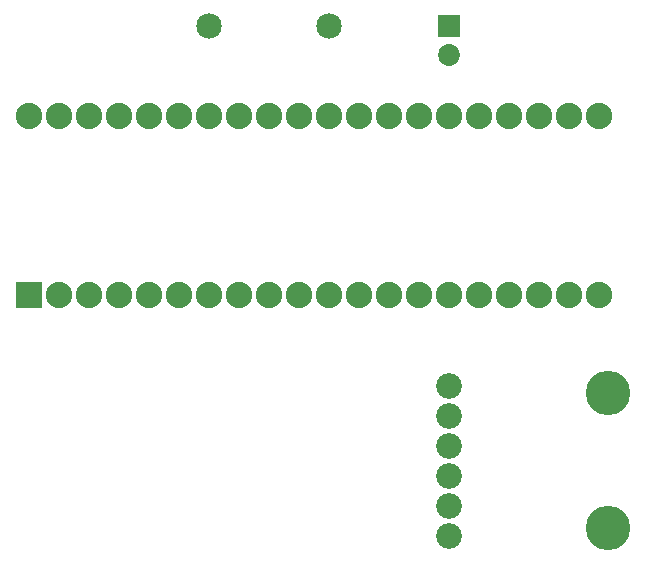
<source format=gbs>
G04 MADE WITH FRITZING*
G04 WWW.FRITZING.ORG*
G04 DOUBLE SIDED*
G04 HOLES PLATED*
G04 CONTOUR ON CENTER OF CONTOUR VECTOR*
%ASAXBY*%
%FSLAX23Y23*%
%MOIN*%
%OFA0B0*%
%SFA1.0B1.0*%
%ADD10C,0.086000*%
%ADD11C,0.148425*%
%ADD12C,0.088000*%
%ADD13C,0.085000*%
%ADD14C,0.072992*%
%ADD15R,0.085000X0.085000*%
%ADD16R,0.072992X0.072992*%
%LNMASK0*%
G90*
G70*
G54D10*
X1928Y279D03*
X1928Y379D03*
X1928Y479D03*
X1928Y579D03*
X1928Y679D03*
X1928Y779D03*
G54D11*
X2458Y754D03*
X2458Y304D03*
G54D12*
X528Y1080D03*
X528Y1679D03*
X628Y1080D03*
X628Y1679D03*
X728Y1080D03*
X728Y1679D03*
X828Y1080D03*
X828Y1679D03*
X928Y1080D03*
X928Y1679D03*
X1028Y1080D03*
X1028Y1679D03*
X1128Y1080D03*
X1128Y1679D03*
X1228Y1080D03*
X1228Y1679D03*
X1328Y1080D03*
X1328Y1679D03*
X1428Y1080D03*
X1428Y1679D03*
X1528Y1080D03*
X1528Y1679D03*
X1628Y1080D03*
X1628Y1679D03*
X1728Y1080D03*
X1728Y1679D03*
X1828Y1080D03*
X1828Y1679D03*
X1928Y1080D03*
X1928Y1679D03*
X2028Y1080D03*
X2028Y1679D03*
X2128Y1080D03*
X2128Y1679D03*
X2228Y1080D03*
X2228Y1679D03*
X2328Y1080D03*
X2328Y1679D03*
X2428Y1080D03*
X2428Y1679D03*
G54D13*
X1528Y1979D03*
X1128Y1979D03*
G54D14*
X1928Y1979D03*
X1928Y1881D03*
G54D15*
X528Y1080D03*
G54D16*
X1928Y1979D03*
G04 End of Mask0*
M02*
</source>
